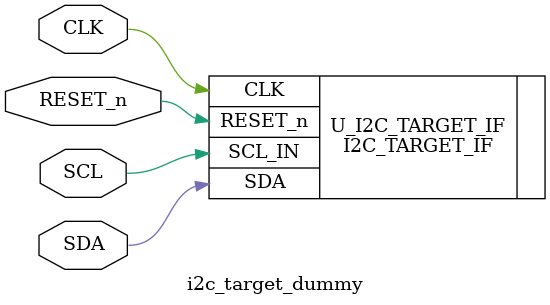
<source format=v>
module i2c_target_dummy (
    input RESET_n,
    input CLK,
    input SCL,
    inout SDA

);

I2C_TARGET_IF U_I2C_TARGET_IF(
    .RESET_n(RESET_n),
    .CLK(CLK),
    .SCL_IN(SCL),
    .SDA(SDA)
);

endmodule
</source>
